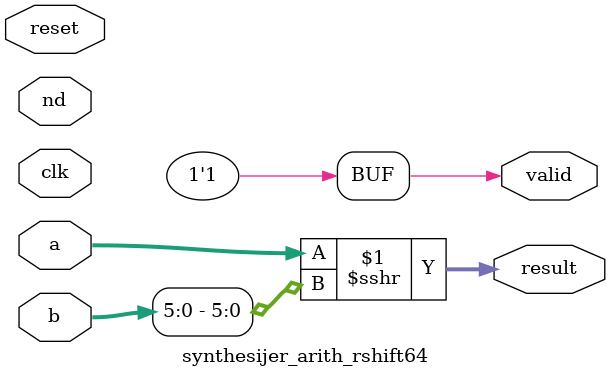
<source format=v>
`default_nettype none

module synthesijer_arith_rshift64
  (
   input wire 		     clk,
   input wire 		     reset,
   input wire signed [63:0]  a,
   input wire signed [63:0]  b,
   input wire 		     nd,
  
   output wire signed [63:0] result,
   output wire 		     valid
   );

   assign result = a >>> b[5:0];
   assign valid = 1'b1;

endmodule

`default_nettype wire

</source>
